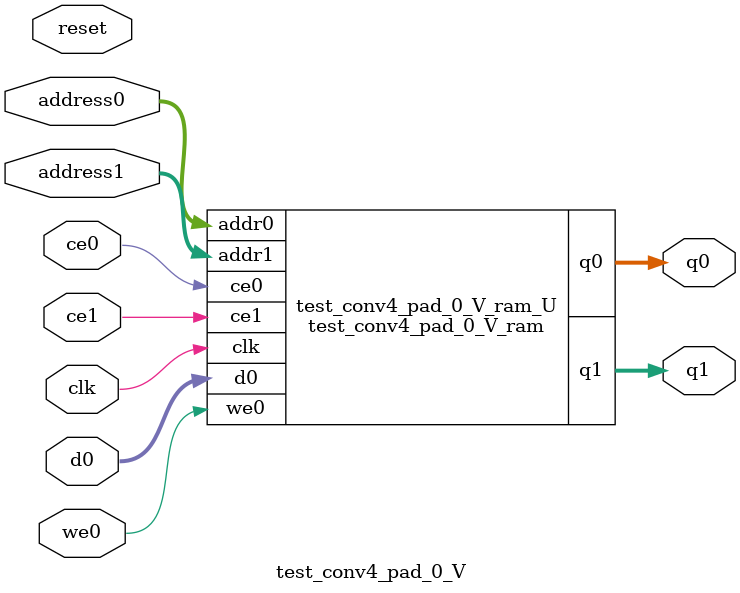
<source format=v>
`timescale 1 ns / 1 ps
module test_conv4_pad_0_V_ram (addr0, ce0, d0, we0, q0, addr1, ce1, q1,  clk);

parameter DWIDTH = 4;
parameter AWIDTH = 16;
parameter MEM_SIZE = 59136;

input[AWIDTH-1:0] addr0;
input ce0;
input[DWIDTH-1:0] d0;
input we0;
output reg[DWIDTH-1:0] q0;
input[AWIDTH-1:0] addr1;
input ce1;
output reg[DWIDTH-1:0] q1;
input clk;

(* ram_style = "block" *)reg [DWIDTH-1:0] ram[0:MEM_SIZE-1];




always @(posedge clk)  
begin 
    if (ce0) begin
        if (we0) 
            ram[addr0] <= d0; 
        q0 <= ram[addr0];
    end
end


always @(posedge clk)  
begin 
    if (ce1) begin
        q1 <= ram[addr1];
    end
end


endmodule

`timescale 1 ns / 1 ps
module test_conv4_pad_0_V(
    reset,
    clk,
    address0,
    ce0,
    we0,
    d0,
    q0,
    address1,
    ce1,
    q1);

parameter DataWidth = 32'd4;
parameter AddressRange = 32'd59136;
parameter AddressWidth = 32'd16;
input reset;
input clk;
input[AddressWidth - 1:0] address0;
input ce0;
input we0;
input[DataWidth - 1:0] d0;
output[DataWidth - 1:0] q0;
input[AddressWidth - 1:0] address1;
input ce1;
output[DataWidth - 1:0] q1;



test_conv4_pad_0_V_ram test_conv4_pad_0_V_ram_U(
    .clk( clk ),
    .addr0( address0 ),
    .ce0( ce0 ),
    .we0( we0 ),
    .d0( d0 ),
    .q0( q0 ),
    .addr1( address1 ),
    .ce1( ce1 ),
    .q1( q1 ));

endmodule


</source>
